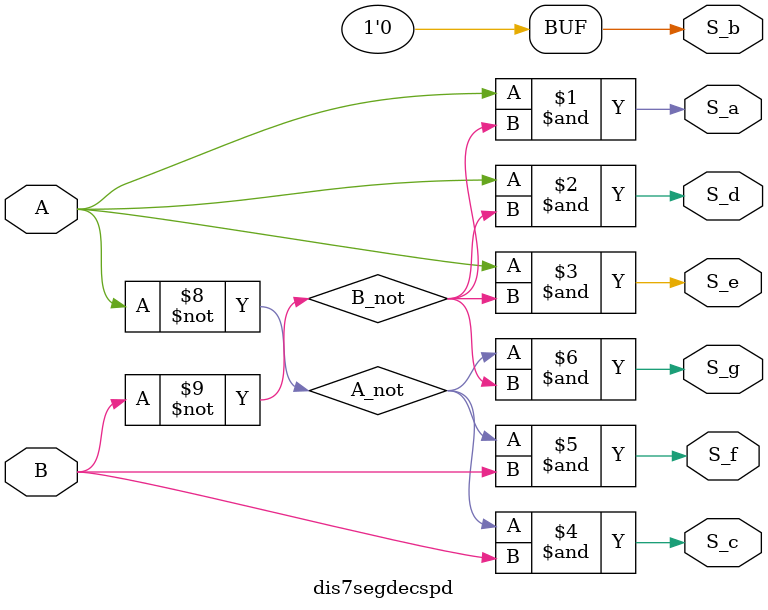
<source format=v>
module dis7segdecspd (
	input A, B,
	output S_a, S_b, S_c, S_d, S_e, S_f, S_g
);

	wire A_not, B_not;
	
	not not0 (A_not, A);
	not not1 (B_not, B);
	
	// Saída para segmentos A, D, E

	and and_a (S_a, A, B_not);
	and and_d (S_d, A, B_not);
	and and_e (S_e, A, B_not);

	
	// Saída para segmentos C, F

	and and_c (S_c, A_not, B);
	and and_f (S_f, A_not, B);

	// Saída para segmentos G

	and and_g (S_g, A_not, B_not);
	
	// Saída para segmentos B

	and and_b (S_b, 1'b0, A);

endmodule
</source>
